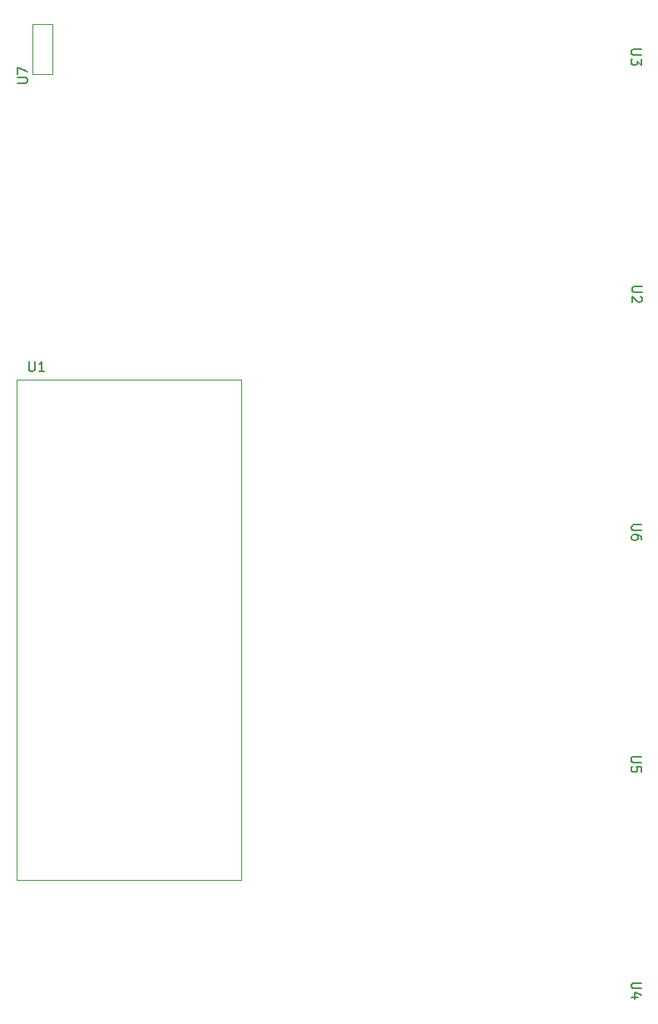
<source format=gto>
%TF.GenerationSoftware,KiCad,Pcbnew,(6.0.2)*%
%TF.CreationDate,2022-04-04T15:14:36-07:00*%
%TF.ProjectId,tc_pcb_f,74635f70-6362-45f6-962e-6b696361645f,rev?*%
%TF.SameCoordinates,Original*%
%TF.FileFunction,Legend,Top*%
%TF.FilePolarity,Positive*%
%FSLAX46Y46*%
G04 Gerber Fmt 4.6, Leading zero omitted, Abs format (unit mm)*
G04 Created by KiCad (PCBNEW (6.0.2)) date 2022-04-04 15:14:36*
%MOMM*%
%LPD*%
G01*
G04 APERTURE LIST*
%ADD10C,0.150000*%
%ADD11C,0.120000*%
G04 APERTURE END LIST*
D10*
%TO.C,U6*%
X169021219Y-92684695D02*
X168211695Y-92684695D01*
X168116457Y-92732314D01*
X168068838Y-92779933D01*
X168021219Y-92875171D01*
X168021219Y-93065647D01*
X168068838Y-93160885D01*
X168116457Y-93208504D01*
X168211695Y-93256123D01*
X169021219Y-93256123D01*
X169021219Y-94160885D02*
X169021219Y-93970409D01*
X168973600Y-93875171D01*
X168925980Y-93827552D01*
X168783123Y-93732314D01*
X168592647Y-93684695D01*
X168211695Y-93684695D01*
X168116457Y-93732314D01*
X168068838Y-93779933D01*
X168021219Y-93875171D01*
X168021219Y-94065647D01*
X168068838Y-94160885D01*
X168116457Y-94208504D01*
X168211695Y-94256123D01*
X168449790Y-94256123D01*
X168545028Y-94208504D01*
X168592647Y-94160885D01*
X168640266Y-94065647D01*
X168640266Y-93875171D01*
X168592647Y-93779933D01*
X168545028Y-93732314D01*
X168449790Y-93684695D01*
%TO.C,U2*%
X169051219Y-68453095D02*
X168241695Y-68453095D01*
X168146457Y-68500714D01*
X168098838Y-68548333D01*
X168051219Y-68643571D01*
X168051219Y-68834047D01*
X168098838Y-68929285D01*
X168146457Y-68976904D01*
X168241695Y-69024523D01*
X169051219Y-69024523D01*
X168955980Y-69453095D02*
X169003600Y-69500714D01*
X169051219Y-69595952D01*
X169051219Y-69834047D01*
X169003600Y-69929285D01*
X168955980Y-69976904D01*
X168860742Y-70024523D01*
X168765504Y-70024523D01*
X168622647Y-69976904D01*
X168051219Y-69405476D01*
X168051219Y-70024523D01*
%TO.C,U3*%
X168975019Y-44323095D02*
X168165495Y-44323095D01*
X168070257Y-44370714D01*
X168022638Y-44418333D01*
X167975019Y-44513571D01*
X167975019Y-44704047D01*
X168022638Y-44799285D01*
X168070257Y-44846904D01*
X168165495Y-44894523D01*
X168975019Y-44894523D01*
X168975019Y-45275476D02*
X168975019Y-45894523D01*
X168594066Y-45561190D01*
X168594066Y-45704047D01*
X168546447Y-45799285D01*
X168498828Y-45846904D01*
X168403590Y-45894523D01*
X168165495Y-45894523D01*
X168070257Y-45846904D01*
X168022638Y-45799285D01*
X167975019Y-45704047D01*
X167975019Y-45418333D01*
X168022638Y-45323095D01*
X168070257Y-45275476D01*
%TO.C,U5*%
X168970419Y-116255895D02*
X168160895Y-116255895D01*
X168065657Y-116303514D01*
X168018038Y-116351133D01*
X167970419Y-116446371D01*
X167970419Y-116636847D01*
X168018038Y-116732085D01*
X168065657Y-116779704D01*
X168160895Y-116827323D01*
X168970419Y-116827323D01*
X168970419Y-117779704D02*
X168970419Y-117303514D01*
X168494228Y-117255895D01*
X168541847Y-117303514D01*
X168589466Y-117398752D01*
X168589466Y-117636847D01*
X168541847Y-117732085D01*
X168494228Y-117779704D01*
X168398990Y-117827323D01*
X168160895Y-117827323D01*
X168065657Y-117779704D01*
X168018038Y-117732085D01*
X167970419Y-117636847D01*
X167970419Y-117398752D01*
X168018038Y-117303514D01*
X168065657Y-117255895D01*
%TO.C,U4*%
X168995819Y-139268295D02*
X168186295Y-139268295D01*
X168091057Y-139315914D01*
X168043438Y-139363533D01*
X167995819Y-139458771D01*
X167995819Y-139649247D01*
X168043438Y-139744485D01*
X168091057Y-139792104D01*
X168186295Y-139839723D01*
X168995819Y-139839723D01*
X168662485Y-140744485D02*
X167995819Y-140744485D01*
X169043438Y-140506390D02*
X168329152Y-140268295D01*
X168329152Y-140887342D01*
%TO.C,U7*%
X105522780Y-47751904D02*
X106332304Y-47751904D01*
X106427542Y-47704285D01*
X106475161Y-47656666D01*
X106522780Y-47561428D01*
X106522780Y-47370952D01*
X106475161Y-47275714D01*
X106427542Y-47228095D01*
X106332304Y-47180476D01*
X105522780Y-47180476D01*
X105522780Y-46799523D02*
X105522780Y-46132857D01*
X106522780Y-46561428D01*
%TO.C,U1*%
X106680095Y-76058780D02*
X106680095Y-76868304D01*
X106727714Y-76963542D01*
X106775333Y-77011161D01*
X106870571Y-77058780D01*
X107061047Y-77058780D01*
X107156285Y-77011161D01*
X107203904Y-76963542D01*
X107251523Y-76868304D01*
X107251523Y-76058780D01*
X108251523Y-77058780D02*
X107680095Y-77058780D01*
X107965809Y-77058780D02*
X107965809Y-76058780D01*
X107870571Y-76201638D01*
X107775333Y-76296876D01*
X107680095Y-76344495D01*
D11*
%TO.C,U7*%
X107026200Y-41797600D02*
X109026200Y-41797600D01*
X109026200Y-46797600D02*
X109026200Y-41797600D01*
X107026200Y-46797600D02*
X107026200Y-41797600D01*
X107026200Y-46797600D02*
X109026200Y-46797600D01*
%TO.C,U1*%
X128295400Y-128803400D02*
X105384600Y-128803400D01*
X105384600Y-128803400D02*
X105384600Y-77952600D01*
X105384600Y-77952600D02*
X128295400Y-77952600D01*
X128295400Y-77952600D02*
X128295400Y-128803400D01*
%TD*%
M02*

</source>
